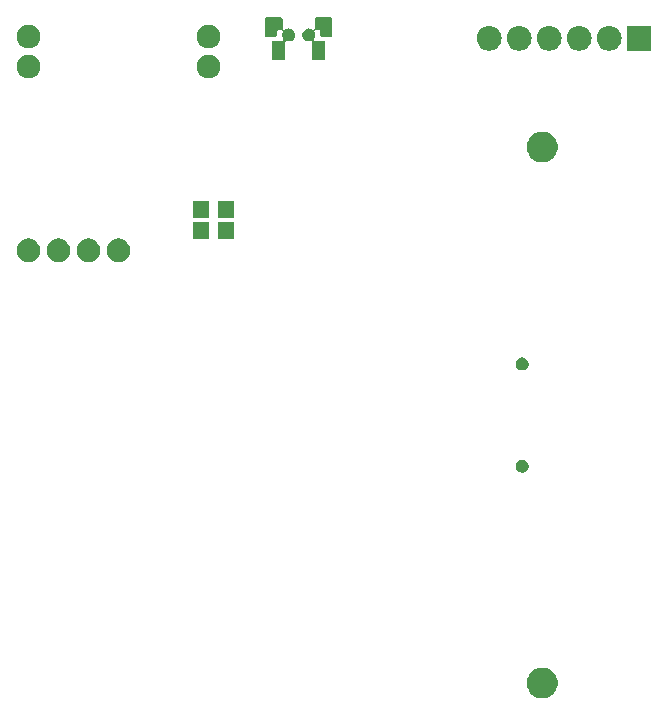
<source format=gbs>
G04 #@! TF.GenerationSoftware,KiCad,Pcbnew,(5.1.0-0)*
G04 #@! TF.CreationDate,2019-05-12T00:03:29+09:00*
G04 #@! TF.ProjectId,split_EC_right,73706c69-745f-4454-935f-72696768742e,rev?*
G04 #@! TF.SameCoordinates,Original*
G04 #@! TF.FileFunction,Soldermask,Bot*
G04 #@! TF.FilePolarity,Negative*
%FSLAX46Y46*%
G04 Gerber Fmt 4.6, Leading zero omitted, Abs format (unit mm)*
G04 Created by KiCad (PCBNEW (5.1.0-0)) date 2019-05-12 00:03:29*
%MOMM*%
%LPD*%
G04 APERTURE LIST*
%ADD10C,0.100000*%
G04 APERTURE END LIST*
D10*
G36*
X144829196Y-96439958D02*
G01*
X145065781Y-96537955D01*
X145278702Y-96680224D01*
X145459776Y-96861298D01*
X145602045Y-97074219D01*
X145700042Y-97310804D01*
X145750000Y-97561961D01*
X145750000Y-97818039D01*
X145700042Y-98069196D01*
X145602045Y-98305781D01*
X145459776Y-98518702D01*
X145278702Y-98699776D01*
X145065781Y-98842045D01*
X144829196Y-98940042D01*
X144703617Y-98965021D01*
X144578040Y-98990000D01*
X144321960Y-98990000D01*
X144070804Y-98940042D01*
X143834219Y-98842045D01*
X143621298Y-98699776D01*
X143440224Y-98518702D01*
X143297955Y-98305781D01*
X143199958Y-98069196D01*
X143150000Y-97818039D01*
X143150000Y-97561961D01*
X143199958Y-97310804D01*
X143297955Y-97074219D01*
X143440224Y-96861298D01*
X143621298Y-96680224D01*
X143834219Y-96537955D01*
X144070804Y-96439958D01*
X144321960Y-96390000D01*
X144578040Y-96390000D01*
X144829196Y-96439958D01*
X144829196Y-96439958D01*
G37*
G36*
X142875009Y-78789091D02*
G01*
X142910429Y-78796136D01*
X142960476Y-78816867D01*
X143010524Y-78837597D01*
X143100602Y-78897785D01*
X143177215Y-78974398D01*
X143237403Y-79064476D01*
X143278864Y-79164572D01*
X143300000Y-79270828D01*
X143300000Y-79379172D01*
X143278864Y-79485428D01*
X143237403Y-79585524D01*
X143177215Y-79675602D01*
X143100602Y-79752215D01*
X143010524Y-79812403D01*
X142960476Y-79833133D01*
X142910429Y-79853864D01*
X142875009Y-79860909D01*
X142804172Y-79875000D01*
X142695828Y-79875000D01*
X142624991Y-79860909D01*
X142589571Y-79853864D01*
X142539524Y-79833133D01*
X142489476Y-79812403D01*
X142399398Y-79752215D01*
X142322785Y-79675602D01*
X142262597Y-79585524D01*
X142221136Y-79485428D01*
X142200000Y-79379172D01*
X142200000Y-79270828D01*
X142221136Y-79164572D01*
X142262597Y-79064476D01*
X142322785Y-78974398D01*
X142399398Y-78897785D01*
X142489476Y-78837597D01*
X142539524Y-78816867D01*
X142589571Y-78796136D01*
X142624991Y-78789091D01*
X142695828Y-78775000D01*
X142804172Y-78775000D01*
X142875009Y-78789091D01*
X142875009Y-78789091D01*
G37*
G36*
X142875009Y-70139091D02*
G01*
X142910429Y-70146136D01*
X142960476Y-70166867D01*
X143010524Y-70187597D01*
X143100602Y-70247785D01*
X143177215Y-70324398D01*
X143237403Y-70414476D01*
X143278864Y-70514572D01*
X143300000Y-70620828D01*
X143300000Y-70729172D01*
X143278864Y-70835428D01*
X143237403Y-70935524D01*
X143177215Y-71025602D01*
X143100602Y-71102215D01*
X143010524Y-71162403D01*
X142960476Y-71183133D01*
X142910429Y-71203864D01*
X142875009Y-71210909D01*
X142804172Y-71225000D01*
X142695828Y-71225000D01*
X142624991Y-71210909D01*
X142589571Y-71203864D01*
X142539524Y-71183134D01*
X142489476Y-71162403D01*
X142399398Y-71102215D01*
X142322785Y-71025602D01*
X142262597Y-70935524D01*
X142221136Y-70835428D01*
X142200000Y-70729172D01*
X142200000Y-70620828D01*
X142221136Y-70514572D01*
X142262597Y-70414476D01*
X142322785Y-70324398D01*
X142399398Y-70247785D01*
X142489476Y-70187597D01*
X142539524Y-70166867D01*
X142589571Y-70146136D01*
X142624991Y-70139091D01*
X142695828Y-70125000D01*
X142804172Y-70125000D01*
X142875009Y-70139091D01*
X142875009Y-70139091D01*
G37*
G36*
X101167290Y-60075619D02*
G01*
X101231689Y-60088429D01*
X101413678Y-60163811D01*
X101577463Y-60273249D01*
X101716751Y-60412537D01*
X101826189Y-60576322D01*
X101901571Y-60758311D01*
X101940000Y-60951509D01*
X101940000Y-61148491D01*
X101901571Y-61341689D01*
X101826189Y-61523678D01*
X101716751Y-61687463D01*
X101577463Y-61826751D01*
X101413678Y-61936189D01*
X101231689Y-62011571D01*
X101167290Y-62024381D01*
X101038493Y-62050000D01*
X100841507Y-62050000D01*
X100712710Y-62024381D01*
X100648311Y-62011571D01*
X100466322Y-61936189D01*
X100302537Y-61826751D01*
X100163249Y-61687463D01*
X100053811Y-61523678D01*
X99978429Y-61341689D01*
X99940000Y-61148491D01*
X99940000Y-60951509D01*
X99978429Y-60758311D01*
X100053811Y-60576322D01*
X100163249Y-60412537D01*
X100302537Y-60273249D01*
X100466322Y-60163811D01*
X100648311Y-60088429D01*
X100712710Y-60075619D01*
X100841507Y-60050000D01*
X101038493Y-60050000D01*
X101167290Y-60075619D01*
X101167290Y-60075619D01*
G37*
G36*
X103707290Y-60075619D02*
G01*
X103771689Y-60088429D01*
X103953678Y-60163811D01*
X104117463Y-60273249D01*
X104256751Y-60412537D01*
X104366189Y-60576322D01*
X104441571Y-60758311D01*
X104480000Y-60951509D01*
X104480000Y-61148491D01*
X104441571Y-61341689D01*
X104366189Y-61523678D01*
X104256751Y-61687463D01*
X104117463Y-61826751D01*
X103953678Y-61936189D01*
X103771689Y-62011571D01*
X103707290Y-62024381D01*
X103578493Y-62050000D01*
X103381507Y-62050000D01*
X103252710Y-62024381D01*
X103188311Y-62011571D01*
X103006322Y-61936189D01*
X102842537Y-61826751D01*
X102703249Y-61687463D01*
X102593811Y-61523678D01*
X102518429Y-61341689D01*
X102480000Y-61148491D01*
X102480000Y-60951509D01*
X102518429Y-60758311D01*
X102593811Y-60576322D01*
X102703249Y-60412537D01*
X102842537Y-60273249D01*
X103006322Y-60163811D01*
X103188311Y-60088429D01*
X103252710Y-60075619D01*
X103381507Y-60050000D01*
X103578493Y-60050000D01*
X103707290Y-60075619D01*
X103707290Y-60075619D01*
G37*
G36*
X108787290Y-60075619D02*
G01*
X108851689Y-60088429D01*
X109033678Y-60163811D01*
X109197463Y-60273249D01*
X109336751Y-60412537D01*
X109446189Y-60576322D01*
X109521571Y-60758311D01*
X109560000Y-60951509D01*
X109560000Y-61148491D01*
X109521571Y-61341689D01*
X109446189Y-61523678D01*
X109336751Y-61687463D01*
X109197463Y-61826751D01*
X109033678Y-61936189D01*
X108851689Y-62011571D01*
X108787290Y-62024381D01*
X108658493Y-62050000D01*
X108461507Y-62050000D01*
X108332710Y-62024381D01*
X108268311Y-62011571D01*
X108086322Y-61936189D01*
X107922537Y-61826751D01*
X107783249Y-61687463D01*
X107673811Y-61523678D01*
X107598429Y-61341689D01*
X107560000Y-61148491D01*
X107560000Y-60951509D01*
X107598429Y-60758311D01*
X107673811Y-60576322D01*
X107783249Y-60412537D01*
X107922537Y-60273249D01*
X108086322Y-60163811D01*
X108268311Y-60088429D01*
X108332710Y-60075619D01*
X108461507Y-60050000D01*
X108658493Y-60050000D01*
X108787290Y-60075619D01*
X108787290Y-60075619D01*
G37*
G36*
X106247290Y-60075619D02*
G01*
X106311689Y-60088429D01*
X106493678Y-60163811D01*
X106657463Y-60273249D01*
X106796751Y-60412537D01*
X106906189Y-60576322D01*
X106981571Y-60758311D01*
X107020000Y-60951509D01*
X107020000Y-61148491D01*
X106981571Y-61341689D01*
X106906189Y-61523678D01*
X106796751Y-61687463D01*
X106657463Y-61826751D01*
X106493678Y-61936189D01*
X106311689Y-62011571D01*
X106247290Y-62024381D01*
X106118493Y-62050000D01*
X105921507Y-62050000D01*
X105792710Y-62024381D01*
X105728311Y-62011571D01*
X105546322Y-61936189D01*
X105382537Y-61826751D01*
X105243249Y-61687463D01*
X105133811Y-61523678D01*
X105058429Y-61341689D01*
X105020000Y-61148491D01*
X105020000Y-60951509D01*
X105058429Y-60758311D01*
X105133811Y-60576322D01*
X105243249Y-60412537D01*
X105382537Y-60273249D01*
X105546322Y-60163811D01*
X105728311Y-60088429D01*
X105792710Y-60075619D01*
X105921507Y-60050000D01*
X106118493Y-60050000D01*
X106247290Y-60075619D01*
X106247290Y-60075619D01*
G37*
G36*
X118375000Y-60100000D02*
G01*
X117025000Y-60100000D01*
X117025000Y-58650000D01*
X118375000Y-58650000D01*
X118375000Y-60100000D01*
X118375000Y-60100000D01*
G37*
G36*
X116225000Y-60100000D02*
G01*
X114875000Y-60100000D01*
X114875000Y-58650000D01*
X116225000Y-58650000D01*
X116225000Y-60100000D01*
X116225000Y-60100000D01*
G37*
G36*
X116225000Y-58350000D02*
G01*
X114875000Y-58350000D01*
X114875000Y-56900000D01*
X116225000Y-56900000D01*
X116225000Y-58350000D01*
X116225000Y-58350000D01*
G37*
G36*
X118375000Y-58350000D02*
G01*
X117025000Y-58350000D01*
X117025000Y-56900000D01*
X118375000Y-56900000D01*
X118375000Y-58350000D01*
X118375000Y-58350000D01*
G37*
G36*
X144829196Y-51059958D02*
G01*
X145065781Y-51157955D01*
X145278702Y-51300224D01*
X145459776Y-51481298D01*
X145602045Y-51694219D01*
X145700042Y-51930804D01*
X145750000Y-52181961D01*
X145750000Y-52438039D01*
X145700042Y-52689196D01*
X145602045Y-52925781D01*
X145459776Y-53138702D01*
X145278702Y-53319776D01*
X145065781Y-53462045D01*
X144829196Y-53560042D01*
X144703617Y-53585021D01*
X144578040Y-53610000D01*
X144321960Y-53610000D01*
X144196383Y-53585021D01*
X144070804Y-53560042D01*
X143834219Y-53462045D01*
X143621298Y-53319776D01*
X143440224Y-53138702D01*
X143297955Y-52925781D01*
X143199958Y-52689196D01*
X143150000Y-52438039D01*
X143150000Y-52181961D01*
X143199958Y-51930804D01*
X143297955Y-51694219D01*
X143440224Y-51481298D01*
X143621298Y-51300224D01*
X143834219Y-51157955D01*
X144070804Y-51059958D01*
X144321960Y-51010000D01*
X144578040Y-51010000D01*
X144829196Y-51059958D01*
X144829196Y-51059958D01*
G37*
G36*
X116422290Y-44505619D02*
G01*
X116486689Y-44518429D01*
X116668678Y-44593811D01*
X116832463Y-44703249D01*
X116971751Y-44842537D01*
X117081189Y-45006322D01*
X117156571Y-45188311D01*
X117195000Y-45381509D01*
X117195000Y-45578491D01*
X117156571Y-45771689D01*
X117081189Y-45953678D01*
X116971751Y-46117463D01*
X116832463Y-46256751D01*
X116668678Y-46366189D01*
X116486689Y-46441571D01*
X116422290Y-46454381D01*
X116293493Y-46480000D01*
X116096507Y-46480000D01*
X115967710Y-46454381D01*
X115903311Y-46441571D01*
X115721322Y-46366189D01*
X115557537Y-46256751D01*
X115418249Y-46117463D01*
X115308811Y-45953678D01*
X115233429Y-45771689D01*
X115195000Y-45578491D01*
X115195000Y-45381509D01*
X115233429Y-45188311D01*
X115308811Y-45006322D01*
X115418249Y-44842537D01*
X115557537Y-44703249D01*
X115721322Y-44593811D01*
X115903311Y-44518429D01*
X115967710Y-44505619D01*
X116096507Y-44480000D01*
X116293493Y-44480000D01*
X116422290Y-44505619D01*
X116422290Y-44505619D01*
G37*
G36*
X101182290Y-44505619D02*
G01*
X101246689Y-44518429D01*
X101428678Y-44593811D01*
X101592463Y-44703249D01*
X101731751Y-44842537D01*
X101841189Y-45006322D01*
X101916571Y-45188311D01*
X101955000Y-45381509D01*
X101955000Y-45578491D01*
X101916571Y-45771689D01*
X101841189Y-45953678D01*
X101731751Y-46117463D01*
X101592463Y-46256751D01*
X101428678Y-46366189D01*
X101246689Y-46441571D01*
X101182290Y-46454381D01*
X101053493Y-46480000D01*
X100856507Y-46480000D01*
X100727710Y-46454381D01*
X100663311Y-46441571D01*
X100481322Y-46366189D01*
X100317537Y-46256751D01*
X100178249Y-46117463D01*
X100068811Y-45953678D01*
X99993429Y-45771689D01*
X99955000Y-45578491D01*
X99955000Y-45381509D01*
X99993429Y-45188311D01*
X100068811Y-45006322D01*
X100178249Y-44842537D01*
X100317537Y-44703249D01*
X100481322Y-44593811D01*
X100663311Y-44518429D01*
X100727710Y-44505619D01*
X100856507Y-44480000D01*
X101053493Y-44480000D01*
X101182290Y-44505619D01*
X101182290Y-44505619D01*
G37*
G36*
X126514205Y-41327893D02*
G01*
X126551909Y-41339330D01*
X126584544Y-41356774D01*
X126586652Y-41357901D01*
X126617106Y-41382894D01*
X126642099Y-41413348D01*
X126642100Y-41413350D01*
X126660670Y-41448091D01*
X126672107Y-41485795D01*
X126676573Y-41531140D01*
X126676573Y-42818860D01*
X126672107Y-42864205D01*
X126660670Y-42901909D01*
X126643226Y-42934544D01*
X126642099Y-42936652D01*
X126617106Y-42967106D01*
X126586652Y-42992099D01*
X126586650Y-42992100D01*
X126551909Y-43010670D01*
X126514205Y-43022107D01*
X126468860Y-43026573D01*
X125881140Y-43026573D01*
X125835795Y-43022107D01*
X125798091Y-43010670D01*
X125763350Y-42992100D01*
X125763348Y-42992099D01*
X125732894Y-42967106D01*
X125707901Y-42936652D01*
X125706774Y-42934544D01*
X125689330Y-42901909D01*
X125677893Y-42864205D01*
X125673427Y-42818860D01*
X125673427Y-42551572D01*
X125671025Y-42527186D01*
X125663912Y-42503737D01*
X125652361Y-42482126D01*
X125636816Y-42463184D01*
X125617874Y-42447639D01*
X125596263Y-42436088D01*
X125572814Y-42428975D01*
X125548428Y-42426573D01*
X125381140Y-42426573D01*
X125335791Y-42422107D01*
X125322945Y-42418210D01*
X125298912Y-42413430D01*
X125274408Y-42413430D01*
X125250374Y-42418211D01*
X125227736Y-42427589D01*
X125207362Y-42441203D01*
X125190035Y-42458530D01*
X125176422Y-42478905D01*
X125167045Y-42501544D01*
X125162265Y-42525577D01*
X125162265Y-42550081D01*
X125171177Y-42585659D01*
X125203864Y-42664571D01*
X125210162Y-42696235D01*
X125225000Y-42770828D01*
X125225000Y-42879172D01*
X125220477Y-42901909D01*
X125203864Y-42985429D01*
X125188672Y-43022106D01*
X125162403Y-43085524D01*
X125132314Y-43130556D01*
X125120763Y-43152167D01*
X125113650Y-43175616D01*
X125111248Y-43200002D01*
X125113650Y-43224388D01*
X125120763Y-43247837D01*
X125132315Y-43269447D01*
X125147860Y-43288389D01*
X125166802Y-43303934D01*
X125188413Y-43315485D01*
X125211862Y-43322598D01*
X125236247Y-43325000D01*
X126075000Y-43325000D01*
X126075000Y-44925000D01*
X124975000Y-44925000D01*
X124975000Y-43478413D01*
X124972598Y-43454027D01*
X124965485Y-43430578D01*
X124953934Y-43408967D01*
X124938389Y-43390025D01*
X124919447Y-43374480D01*
X124897836Y-43362929D01*
X124874387Y-43355816D01*
X124850001Y-43353414D01*
X124825616Y-43355816D01*
X124805506Y-43359816D01*
X124729172Y-43375000D01*
X124620828Y-43375000D01*
X124549991Y-43360909D01*
X124514571Y-43353864D01*
X124421917Y-43315485D01*
X124414476Y-43312403D01*
X124324398Y-43252215D01*
X124247785Y-43175602D01*
X124187597Y-43085524D01*
X124161328Y-43022106D01*
X124146136Y-42985429D01*
X124129523Y-42901909D01*
X124125000Y-42879172D01*
X124125000Y-42770828D01*
X124139838Y-42696235D01*
X124146136Y-42664571D01*
X124187597Y-42564477D01*
X124187597Y-42564476D01*
X124247785Y-42474398D01*
X124324398Y-42397785D01*
X124414476Y-42337597D01*
X124473395Y-42313192D01*
X124514571Y-42296136D01*
X124549991Y-42289091D01*
X124620828Y-42275000D01*
X124729172Y-42275000D01*
X124800009Y-42289091D01*
X124835429Y-42296136D01*
X124876605Y-42313192D01*
X124935524Y-42337597D01*
X124982958Y-42369291D01*
X125004569Y-42380842D01*
X125028018Y-42387955D01*
X125052404Y-42390357D01*
X125076790Y-42387955D01*
X125100239Y-42380842D01*
X125121849Y-42369290D01*
X125140791Y-42353745D01*
X125156336Y-42334803D01*
X125167887Y-42313192D01*
X125175000Y-42289743D01*
X125176800Y-42253106D01*
X125173427Y-42218860D01*
X125173427Y-41531140D01*
X125177893Y-41485795D01*
X125189330Y-41448091D01*
X125207900Y-41413350D01*
X125207901Y-41413348D01*
X125232894Y-41382894D01*
X125263348Y-41357901D01*
X125265456Y-41356774D01*
X125298091Y-41339330D01*
X125335795Y-41327893D01*
X125381140Y-41323427D01*
X126468860Y-41323427D01*
X126514205Y-41327893D01*
X126514205Y-41327893D01*
G37*
G36*
X122314205Y-41327893D02*
G01*
X122351909Y-41339330D01*
X122384544Y-41356774D01*
X122386652Y-41357901D01*
X122417106Y-41382894D01*
X122442099Y-41413348D01*
X122442100Y-41413350D01*
X122460670Y-41448091D01*
X122472107Y-41485795D01*
X122476573Y-41531140D01*
X122476573Y-42218860D01*
X122473200Y-42253106D01*
X122473200Y-42277610D01*
X122477980Y-42301643D01*
X122487358Y-42324282D01*
X122500971Y-42344656D01*
X122518298Y-42361983D01*
X122538673Y-42375597D01*
X122561311Y-42384975D01*
X122585345Y-42389755D01*
X122609849Y-42389755D01*
X122633882Y-42384975D01*
X122667042Y-42369291D01*
X122714476Y-42337597D01*
X122773395Y-42313192D01*
X122814571Y-42296136D01*
X122849991Y-42289091D01*
X122920828Y-42275000D01*
X123029172Y-42275000D01*
X123100009Y-42289091D01*
X123135429Y-42296136D01*
X123176605Y-42313192D01*
X123235524Y-42337597D01*
X123325602Y-42397785D01*
X123402215Y-42474398D01*
X123462403Y-42564476D01*
X123462403Y-42564477D01*
X123503864Y-42664571D01*
X123510162Y-42696235D01*
X123525000Y-42770828D01*
X123525000Y-42879172D01*
X123520477Y-42901909D01*
X123503864Y-42985429D01*
X123488672Y-43022106D01*
X123462403Y-43085524D01*
X123402215Y-43175602D01*
X123325602Y-43252215D01*
X123235524Y-43312403D01*
X123228083Y-43315485D01*
X123135429Y-43353864D01*
X123100009Y-43360909D01*
X123029172Y-43375000D01*
X122920828Y-43375000D01*
X122844494Y-43359816D01*
X122824384Y-43355816D01*
X122799999Y-43353414D01*
X122775613Y-43355816D01*
X122752164Y-43362929D01*
X122730553Y-43374480D01*
X122711612Y-43390025D01*
X122696066Y-43408967D01*
X122684515Y-43430578D01*
X122677402Y-43454027D01*
X122675000Y-43478413D01*
X122675000Y-44925000D01*
X121575000Y-44925000D01*
X121575000Y-43325000D01*
X122413753Y-43325000D01*
X122438139Y-43322598D01*
X122461588Y-43315485D01*
X122483199Y-43303934D01*
X122502141Y-43288389D01*
X122517686Y-43269447D01*
X122529237Y-43247836D01*
X122536350Y-43224387D01*
X122538752Y-43200001D01*
X122536350Y-43175615D01*
X122529237Y-43152166D01*
X122517686Y-43130556D01*
X122487597Y-43085524D01*
X122461328Y-43022106D01*
X122446136Y-42985429D01*
X122429523Y-42901909D01*
X122425000Y-42879172D01*
X122425000Y-42770828D01*
X122439838Y-42696235D01*
X122446136Y-42664571D01*
X122478824Y-42585657D01*
X122485935Y-42562214D01*
X122488337Y-42537828D01*
X122485935Y-42513442D01*
X122478822Y-42489993D01*
X122467271Y-42468382D01*
X122451726Y-42449440D01*
X122432784Y-42433894D01*
X122411174Y-42422343D01*
X122387725Y-42415230D01*
X122363339Y-42412828D01*
X122327055Y-42418210D01*
X122314209Y-42422107D01*
X122268860Y-42426573D01*
X122101572Y-42426573D01*
X122077186Y-42428975D01*
X122053737Y-42436088D01*
X122032126Y-42447639D01*
X122013184Y-42463184D01*
X121997639Y-42482126D01*
X121986088Y-42503737D01*
X121978975Y-42527186D01*
X121976573Y-42551572D01*
X121976573Y-42818860D01*
X121972107Y-42864205D01*
X121960670Y-42901909D01*
X121943226Y-42934544D01*
X121942099Y-42936652D01*
X121917106Y-42967106D01*
X121886652Y-42992099D01*
X121886650Y-42992100D01*
X121851909Y-43010670D01*
X121814205Y-43022107D01*
X121768860Y-43026573D01*
X121181140Y-43026573D01*
X121135795Y-43022107D01*
X121098091Y-43010670D01*
X121063350Y-42992100D01*
X121063348Y-42992099D01*
X121032894Y-42967106D01*
X121007901Y-42936652D01*
X121006774Y-42934544D01*
X120989330Y-42901909D01*
X120977893Y-42864205D01*
X120973427Y-42818860D01*
X120973427Y-41531140D01*
X120977893Y-41485795D01*
X120989330Y-41448091D01*
X121007900Y-41413350D01*
X121007901Y-41413348D01*
X121032894Y-41382894D01*
X121063348Y-41357901D01*
X121065456Y-41356774D01*
X121098091Y-41339330D01*
X121135795Y-41327893D01*
X121181140Y-41323427D01*
X122268860Y-41323427D01*
X122314205Y-41327893D01*
X122314205Y-41327893D01*
G37*
G36*
X153700000Y-44150000D02*
G01*
X151600000Y-44150000D01*
X151600000Y-42050000D01*
X153700000Y-42050000D01*
X153700000Y-44150000D01*
X153700000Y-44150000D01*
G37*
G36*
X145158707Y-42057596D02*
G01*
X145235836Y-42065193D01*
X145433762Y-42125233D01*
X145433765Y-42125234D01*
X145616170Y-42222732D01*
X145776055Y-42353945D01*
X145907268Y-42513830D01*
X146004766Y-42696235D01*
X146004767Y-42696238D01*
X146064807Y-42894164D01*
X146085080Y-43100000D01*
X146064807Y-43305836D01*
X146004767Y-43503762D01*
X146004766Y-43503765D01*
X145907268Y-43686170D01*
X145776055Y-43846055D01*
X145616170Y-43977268D01*
X145433765Y-44074766D01*
X145433762Y-44074767D01*
X145235836Y-44134807D01*
X145158707Y-44142403D01*
X145081580Y-44150000D01*
X144978420Y-44150000D01*
X144901293Y-44142404D01*
X144824164Y-44134807D01*
X144626238Y-44074767D01*
X144626235Y-44074766D01*
X144443830Y-43977268D01*
X144283945Y-43846055D01*
X144152732Y-43686170D01*
X144055234Y-43503765D01*
X144055233Y-43503762D01*
X143995193Y-43305836D01*
X143974920Y-43100000D01*
X143995193Y-42894164D01*
X144055233Y-42696238D01*
X144055234Y-42696235D01*
X144152732Y-42513830D01*
X144283945Y-42353945D01*
X144443830Y-42222732D01*
X144626235Y-42125234D01*
X144626238Y-42125233D01*
X144824164Y-42065193D01*
X144901293Y-42057596D01*
X144978420Y-42050000D01*
X145081580Y-42050000D01*
X145158707Y-42057596D01*
X145158707Y-42057596D01*
G37*
G36*
X147698707Y-42057596D02*
G01*
X147775836Y-42065193D01*
X147973762Y-42125233D01*
X147973765Y-42125234D01*
X148156170Y-42222732D01*
X148316055Y-42353945D01*
X148447268Y-42513830D01*
X148544766Y-42696235D01*
X148544767Y-42696238D01*
X148604807Y-42894164D01*
X148625080Y-43100000D01*
X148604807Y-43305836D01*
X148544767Y-43503762D01*
X148544766Y-43503765D01*
X148447268Y-43686170D01*
X148316055Y-43846055D01*
X148156170Y-43977268D01*
X147973765Y-44074766D01*
X147973762Y-44074767D01*
X147775836Y-44134807D01*
X147698707Y-44142403D01*
X147621580Y-44150000D01*
X147518420Y-44150000D01*
X147441293Y-44142404D01*
X147364164Y-44134807D01*
X147166238Y-44074767D01*
X147166235Y-44074766D01*
X146983830Y-43977268D01*
X146823945Y-43846055D01*
X146692732Y-43686170D01*
X146595234Y-43503765D01*
X146595233Y-43503762D01*
X146535193Y-43305836D01*
X146514920Y-43100000D01*
X146535193Y-42894164D01*
X146595233Y-42696238D01*
X146595234Y-42696235D01*
X146692732Y-42513830D01*
X146823945Y-42353945D01*
X146983830Y-42222732D01*
X147166235Y-42125234D01*
X147166238Y-42125233D01*
X147364164Y-42065193D01*
X147441293Y-42057596D01*
X147518420Y-42050000D01*
X147621580Y-42050000D01*
X147698707Y-42057596D01*
X147698707Y-42057596D01*
G37*
G36*
X150238707Y-42057596D02*
G01*
X150315836Y-42065193D01*
X150513762Y-42125233D01*
X150513765Y-42125234D01*
X150696170Y-42222732D01*
X150856055Y-42353945D01*
X150987268Y-42513830D01*
X151084766Y-42696235D01*
X151084767Y-42696238D01*
X151144807Y-42894164D01*
X151165080Y-43100000D01*
X151144807Y-43305836D01*
X151084767Y-43503762D01*
X151084766Y-43503765D01*
X150987268Y-43686170D01*
X150856055Y-43846055D01*
X150696170Y-43977268D01*
X150513765Y-44074766D01*
X150513762Y-44074767D01*
X150315836Y-44134807D01*
X150238707Y-44142403D01*
X150161580Y-44150000D01*
X150058420Y-44150000D01*
X149981293Y-44142404D01*
X149904164Y-44134807D01*
X149706238Y-44074767D01*
X149706235Y-44074766D01*
X149523830Y-43977268D01*
X149363945Y-43846055D01*
X149232732Y-43686170D01*
X149135234Y-43503765D01*
X149135233Y-43503762D01*
X149075193Y-43305836D01*
X149054920Y-43100000D01*
X149075193Y-42894164D01*
X149135233Y-42696238D01*
X149135234Y-42696235D01*
X149232732Y-42513830D01*
X149363945Y-42353945D01*
X149523830Y-42222732D01*
X149706235Y-42125234D01*
X149706238Y-42125233D01*
X149904164Y-42065193D01*
X149981293Y-42057596D01*
X150058420Y-42050000D01*
X150161580Y-42050000D01*
X150238707Y-42057596D01*
X150238707Y-42057596D01*
G37*
G36*
X142618707Y-42057596D02*
G01*
X142695836Y-42065193D01*
X142893762Y-42125233D01*
X142893765Y-42125234D01*
X143076170Y-42222732D01*
X143236055Y-42353945D01*
X143367268Y-42513830D01*
X143464766Y-42696235D01*
X143464767Y-42696238D01*
X143524807Y-42894164D01*
X143545080Y-43100000D01*
X143524807Y-43305836D01*
X143464767Y-43503762D01*
X143464766Y-43503765D01*
X143367268Y-43686170D01*
X143236055Y-43846055D01*
X143076170Y-43977268D01*
X142893765Y-44074766D01*
X142893762Y-44074767D01*
X142695836Y-44134807D01*
X142618707Y-44142403D01*
X142541580Y-44150000D01*
X142438420Y-44150000D01*
X142361293Y-44142404D01*
X142284164Y-44134807D01*
X142086238Y-44074767D01*
X142086235Y-44074766D01*
X141903830Y-43977268D01*
X141743945Y-43846055D01*
X141612732Y-43686170D01*
X141515234Y-43503765D01*
X141515233Y-43503762D01*
X141455193Y-43305836D01*
X141434920Y-43100000D01*
X141455193Y-42894164D01*
X141515233Y-42696238D01*
X141515234Y-42696235D01*
X141612732Y-42513830D01*
X141743945Y-42353945D01*
X141903830Y-42222732D01*
X142086235Y-42125234D01*
X142086238Y-42125233D01*
X142284164Y-42065193D01*
X142361293Y-42057596D01*
X142438420Y-42050000D01*
X142541580Y-42050000D01*
X142618707Y-42057596D01*
X142618707Y-42057596D01*
G37*
G36*
X140078707Y-42057596D02*
G01*
X140155836Y-42065193D01*
X140353762Y-42125233D01*
X140353765Y-42125234D01*
X140536170Y-42222732D01*
X140696055Y-42353945D01*
X140827268Y-42513830D01*
X140924766Y-42696235D01*
X140924767Y-42696238D01*
X140984807Y-42894164D01*
X141005080Y-43100000D01*
X140984807Y-43305836D01*
X140924767Y-43503762D01*
X140924766Y-43503765D01*
X140827268Y-43686170D01*
X140696055Y-43846055D01*
X140536170Y-43977268D01*
X140353765Y-44074766D01*
X140353762Y-44074767D01*
X140155836Y-44134807D01*
X140078707Y-44142403D01*
X140001580Y-44150000D01*
X139898420Y-44150000D01*
X139821293Y-44142404D01*
X139744164Y-44134807D01*
X139546238Y-44074767D01*
X139546235Y-44074766D01*
X139363830Y-43977268D01*
X139203945Y-43846055D01*
X139072732Y-43686170D01*
X138975234Y-43503765D01*
X138975233Y-43503762D01*
X138915193Y-43305836D01*
X138894920Y-43100000D01*
X138915193Y-42894164D01*
X138975233Y-42696238D01*
X138975234Y-42696235D01*
X139072732Y-42513830D01*
X139203945Y-42353945D01*
X139363830Y-42222732D01*
X139546235Y-42125234D01*
X139546238Y-42125233D01*
X139744164Y-42065193D01*
X139821293Y-42057596D01*
X139898420Y-42050000D01*
X140001580Y-42050000D01*
X140078707Y-42057596D01*
X140078707Y-42057596D01*
G37*
G36*
X101182290Y-41965619D02*
G01*
X101246689Y-41978429D01*
X101428678Y-42053811D01*
X101592463Y-42163249D01*
X101731751Y-42302537D01*
X101841189Y-42466322D01*
X101890621Y-42585663D01*
X101916571Y-42648312D01*
X101951717Y-42825000D01*
X101955000Y-42841509D01*
X101955000Y-43038491D01*
X101916571Y-43231689D01*
X101841189Y-43413678D01*
X101731751Y-43577463D01*
X101592463Y-43716751D01*
X101428678Y-43826189D01*
X101246689Y-43901571D01*
X101182290Y-43914381D01*
X101053493Y-43940000D01*
X100856507Y-43940000D01*
X100727710Y-43914381D01*
X100663311Y-43901571D01*
X100481322Y-43826189D01*
X100317537Y-43716751D01*
X100178249Y-43577463D01*
X100068811Y-43413678D01*
X99993429Y-43231689D01*
X99955000Y-43038491D01*
X99955000Y-42841509D01*
X99958284Y-42825000D01*
X99993429Y-42648312D01*
X100019379Y-42585663D01*
X100068811Y-42466322D01*
X100178249Y-42302537D01*
X100317537Y-42163249D01*
X100481322Y-42053811D01*
X100663311Y-41978429D01*
X100727710Y-41965619D01*
X100856507Y-41940000D01*
X101053493Y-41940000D01*
X101182290Y-41965619D01*
X101182290Y-41965619D01*
G37*
G36*
X116422290Y-41965619D02*
G01*
X116486689Y-41978429D01*
X116668678Y-42053811D01*
X116832463Y-42163249D01*
X116971751Y-42302537D01*
X117081189Y-42466322D01*
X117130621Y-42585663D01*
X117156571Y-42648312D01*
X117191717Y-42825000D01*
X117195000Y-42841509D01*
X117195000Y-43038491D01*
X117156571Y-43231689D01*
X117081189Y-43413678D01*
X116971751Y-43577463D01*
X116832463Y-43716751D01*
X116668678Y-43826189D01*
X116486689Y-43901571D01*
X116422290Y-43914381D01*
X116293493Y-43940000D01*
X116096507Y-43940000D01*
X115967710Y-43914381D01*
X115903311Y-43901571D01*
X115721322Y-43826189D01*
X115557537Y-43716751D01*
X115418249Y-43577463D01*
X115308811Y-43413678D01*
X115233429Y-43231689D01*
X115195000Y-43038491D01*
X115195000Y-42841509D01*
X115198284Y-42825000D01*
X115233429Y-42648312D01*
X115259379Y-42585663D01*
X115308811Y-42466322D01*
X115418249Y-42302537D01*
X115557537Y-42163249D01*
X115721322Y-42053811D01*
X115903311Y-41978429D01*
X115967710Y-41965619D01*
X116096507Y-41940000D01*
X116293493Y-41940000D01*
X116422290Y-41965619D01*
X116422290Y-41965619D01*
G37*
M02*

</source>
